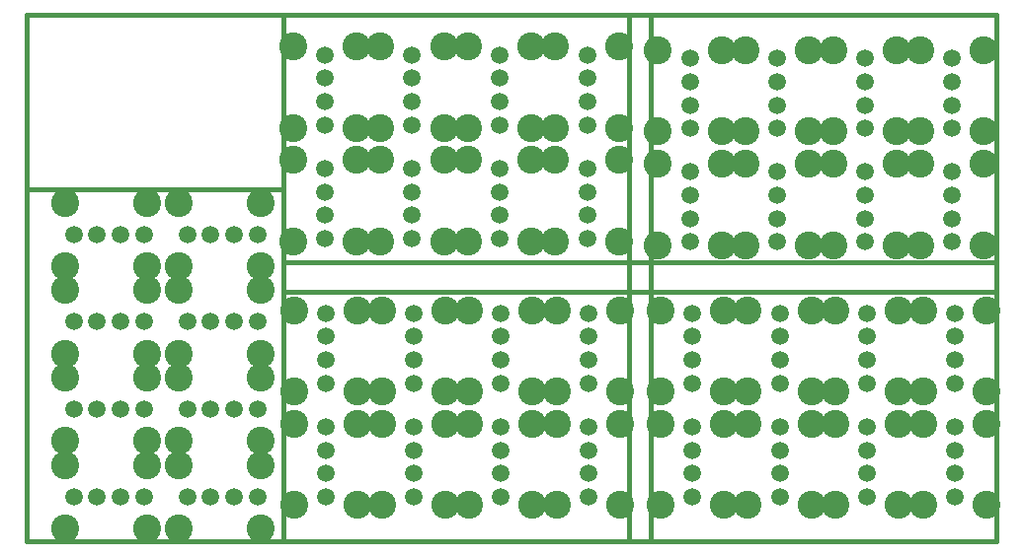
<source format=gbs>
G75*
%MOIN*%
%OFA0B0*%
%FSLAX24Y24*%
%IPPOS*%
%LPD*%
%AMOC8*
5,1,8,0,0,1.08239X$1,22.5*
%
%ADD10C,0.0160*%
%ADD11C,0.0591*%
%ADD12C,0.0946*%
D10*
X003393Y003471D02*
X003393Y015361D01*
X003393Y021267D01*
X012054Y021267D01*
X012054Y015361D01*
X012054Y012920D01*
X036109Y012920D01*
X036109Y021267D01*
X024456Y021267D01*
X024456Y003471D01*
X036109Y003471D01*
X036109Y011897D01*
X012054Y011897D01*
X012054Y012920D01*
X012054Y011897D02*
X012054Y003511D01*
X003393Y003471D02*
X024456Y003471D01*
X023708Y003511D02*
X023708Y021267D01*
X024456Y021267D01*
X023708Y021267D02*
X012054Y021267D01*
X012054Y015361D02*
X003393Y015361D01*
X036109Y012920D02*
X036109Y011897D01*
D11*
X034712Y011180D03*
X034712Y010393D03*
X034712Y009605D03*
X034712Y008818D03*
X034712Y007342D03*
X034712Y006554D03*
X034712Y005767D03*
X034712Y004979D03*
X031759Y004979D03*
X031759Y005767D03*
X031759Y006554D03*
X031759Y007342D03*
X031759Y008818D03*
X031759Y009605D03*
X031759Y010393D03*
X031759Y011180D03*
X028806Y011180D03*
X028806Y010393D03*
X028806Y009605D03*
X028806Y008818D03*
X028806Y007342D03*
X028806Y006554D03*
X028806Y005767D03*
X028806Y004979D03*
X025853Y004979D03*
X025853Y005767D03*
X025853Y006554D03*
X025853Y007342D03*
X025853Y008818D03*
X025853Y009605D03*
X025853Y010393D03*
X025853Y011180D03*
X022349Y011180D03*
X022349Y010393D03*
X022349Y009605D03*
X022349Y008818D03*
X022349Y007342D03*
X022349Y006554D03*
X022349Y005767D03*
X022349Y004979D03*
X019397Y004979D03*
X019397Y005767D03*
X019397Y006554D03*
X019397Y007342D03*
X019397Y008818D03*
X019397Y009605D03*
X019397Y010393D03*
X019397Y011180D03*
X016444Y011180D03*
X016444Y010393D03*
X016444Y009605D03*
X016444Y008818D03*
X016444Y007342D03*
X016444Y006554D03*
X016444Y005767D03*
X016444Y004979D03*
X013491Y004979D03*
X013491Y005767D03*
X013491Y006554D03*
X013491Y007342D03*
X013491Y008818D03*
X013491Y009605D03*
X013491Y010393D03*
X013491Y011180D03*
X011180Y010893D03*
X010393Y010893D03*
X009605Y010893D03*
X008818Y010893D03*
X007342Y010893D03*
X006554Y010893D03*
X005767Y010893D03*
X004979Y010893D03*
X004979Y013845D03*
X005767Y013845D03*
X006554Y013845D03*
X007342Y013845D03*
X008818Y013845D03*
X009605Y013845D03*
X010393Y013845D03*
X011180Y013845D03*
X013452Y013716D03*
X013452Y014503D03*
X013452Y015290D03*
X013452Y016078D03*
X013452Y017554D03*
X013452Y018342D03*
X013452Y019129D03*
X013452Y019916D03*
X016405Y019916D03*
X016405Y019129D03*
X016405Y018342D03*
X016405Y017554D03*
X016405Y016078D03*
X016405Y015290D03*
X016405Y014503D03*
X016405Y013716D03*
X019357Y013716D03*
X019357Y014503D03*
X019357Y015290D03*
X019357Y016078D03*
X019357Y017554D03*
X019357Y018342D03*
X019357Y019129D03*
X019357Y019916D03*
X022310Y019916D03*
X022310Y019129D03*
X022310Y018342D03*
X022310Y017554D03*
X022310Y016078D03*
X022310Y015290D03*
X022310Y014503D03*
X022310Y013716D03*
X025775Y013597D03*
X025775Y014385D03*
X025775Y015172D03*
X025775Y015960D03*
X025775Y017436D03*
X025775Y018223D03*
X025775Y019011D03*
X025775Y019798D03*
X028727Y019798D03*
X028727Y019011D03*
X028727Y018223D03*
X028727Y017436D03*
X028727Y015960D03*
X028727Y015172D03*
X028727Y014385D03*
X028727Y013597D03*
X031680Y013597D03*
X031680Y014385D03*
X031680Y015172D03*
X031680Y015960D03*
X031680Y017436D03*
X031680Y018223D03*
X031680Y019011D03*
X031680Y019798D03*
X034633Y019798D03*
X034633Y019011D03*
X034633Y018223D03*
X034633Y017436D03*
X034633Y015960D03*
X034633Y015172D03*
X034633Y014385D03*
X034633Y013597D03*
X011180Y007940D03*
X010393Y007940D03*
X009605Y007940D03*
X008818Y007940D03*
X007342Y007940D03*
X006554Y007940D03*
X005767Y007940D03*
X004979Y007940D03*
X004979Y004987D03*
X005767Y004987D03*
X006554Y004987D03*
X007342Y004987D03*
X008818Y004987D03*
X009605Y004987D03*
X010393Y004987D03*
X011180Y004987D03*
D12*
X012420Y004692D03*
X011286Y003916D03*
X008531Y003916D03*
X007448Y003916D03*
X004692Y003916D03*
X004692Y006058D03*
X004692Y006869D03*
X007448Y006869D03*
X007448Y006058D03*
X008531Y006058D03*
X008531Y006869D03*
X011286Y006869D03*
X011286Y006058D03*
X012420Y007448D03*
X012420Y008531D03*
X011286Y009011D03*
X011286Y009822D03*
X012420Y011286D03*
X011286Y011964D03*
X011286Y012775D03*
X012381Y013609D03*
X011286Y014916D03*
X012381Y016365D03*
X012381Y017448D03*
X014523Y017448D03*
X015334Y017448D03*
X015334Y016365D03*
X014523Y016365D03*
X017475Y016365D03*
X018286Y016365D03*
X018286Y017448D03*
X017475Y017448D03*
X020428Y017448D03*
X021239Y017448D03*
X021239Y016365D03*
X020428Y016365D03*
X023381Y016365D03*
X024704Y016247D03*
X024704Y017330D03*
X023381Y017448D03*
X024704Y020086D03*
X023381Y020204D03*
X021239Y020204D03*
X020428Y020204D03*
X018286Y020204D03*
X017475Y020204D03*
X015334Y020204D03*
X014523Y020204D03*
X012381Y020204D03*
X008531Y014916D03*
X007448Y014916D03*
X007448Y012775D03*
X007448Y011964D03*
X008531Y011964D03*
X008531Y012775D03*
X004692Y012775D03*
X004692Y011964D03*
X004692Y009822D03*
X004692Y009011D03*
X007448Y009011D03*
X007448Y009822D03*
X008531Y009822D03*
X008531Y009011D03*
X014562Y008531D03*
X015373Y008531D03*
X015373Y007448D03*
X014562Y007448D03*
X017515Y007448D03*
X018326Y007448D03*
X018326Y008531D03*
X017515Y008531D03*
X020468Y008531D03*
X021279Y008531D03*
X021279Y007448D03*
X020468Y007448D03*
X023420Y007448D03*
X024782Y007448D03*
X024782Y008531D03*
X023420Y008531D03*
X026924Y008531D03*
X027735Y008531D03*
X027735Y007448D03*
X026924Y007448D03*
X029877Y007448D03*
X030688Y007448D03*
X030688Y008531D03*
X029877Y008531D03*
X032830Y008531D03*
X033641Y008531D03*
X033641Y007448D03*
X032830Y007448D03*
X035782Y007448D03*
X035782Y008531D03*
X035782Y011286D03*
X033641Y011286D03*
X032830Y011286D03*
X030688Y011286D03*
X029877Y011286D03*
X027735Y011286D03*
X026924Y011286D03*
X024782Y011286D03*
X023420Y011286D03*
X021279Y011286D03*
X020468Y011286D03*
X018326Y011286D03*
X017515Y011286D03*
X015373Y011286D03*
X014562Y011286D03*
X014523Y013609D03*
X015334Y013609D03*
X017475Y013609D03*
X018286Y013609D03*
X020428Y013609D03*
X021239Y013609D03*
X023381Y013609D03*
X024704Y013491D03*
X026845Y013491D03*
X027656Y013491D03*
X029798Y013491D03*
X030609Y013491D03*
X032751Y013491D03*
X033562Y013491D03*
X035704Y013491D03*
X035704Y016247D03*
X035704Y017330D03*
X033562Y017330D03*
X032751Y017330D03*
X032751Y016247D03*
X033562Y016247D03*
X030609Y016247D03*
X029798Y016247D03*
X029798Y017330D03*
X030609Y017330D03*
X027656Y017330D03*
X026845Y017330D03*
X026845Y016247D03*
X027656Y016247D03*
X027656Y020086D03*
X026845Y020086D03*
X029798Y020086D03*
X030609Y020086D03*
X032751Y020086D03*
X033562Y020086D03*
X035704Y020086D03*
X035782Y004692D03*
X033641Y004692D03*
X032830Y004692D03*
X030688Y004692D03*
X029877Y004692D03*
X027735Y004692D03*
X026924Y004692D03*
X024782Y004692D03*
X023420Y004692D03*
X021279Y004692D03*
X020468Y004692D03*
X018326Y004692D03*
X017515Y004692D03*
X015373Y004692D03*
X014562Y004692D03*
X004692Y014916D03*
M02*

</source>
